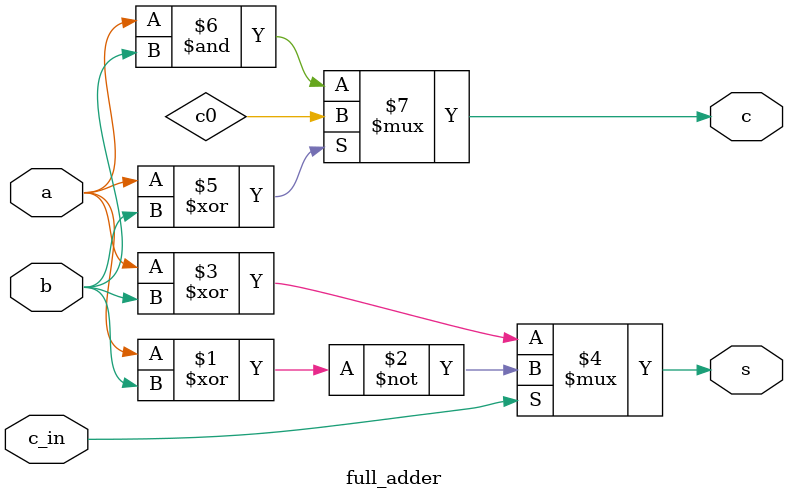
<source format=sv>
module full_adder (
  input  logic a, b, c_in,
  output logic s, c
);

  assign s = c_in ? ~(a^b) : (a^b);
  assign c = (a^b)? c0 : (a&b);

endmodule

</source>
